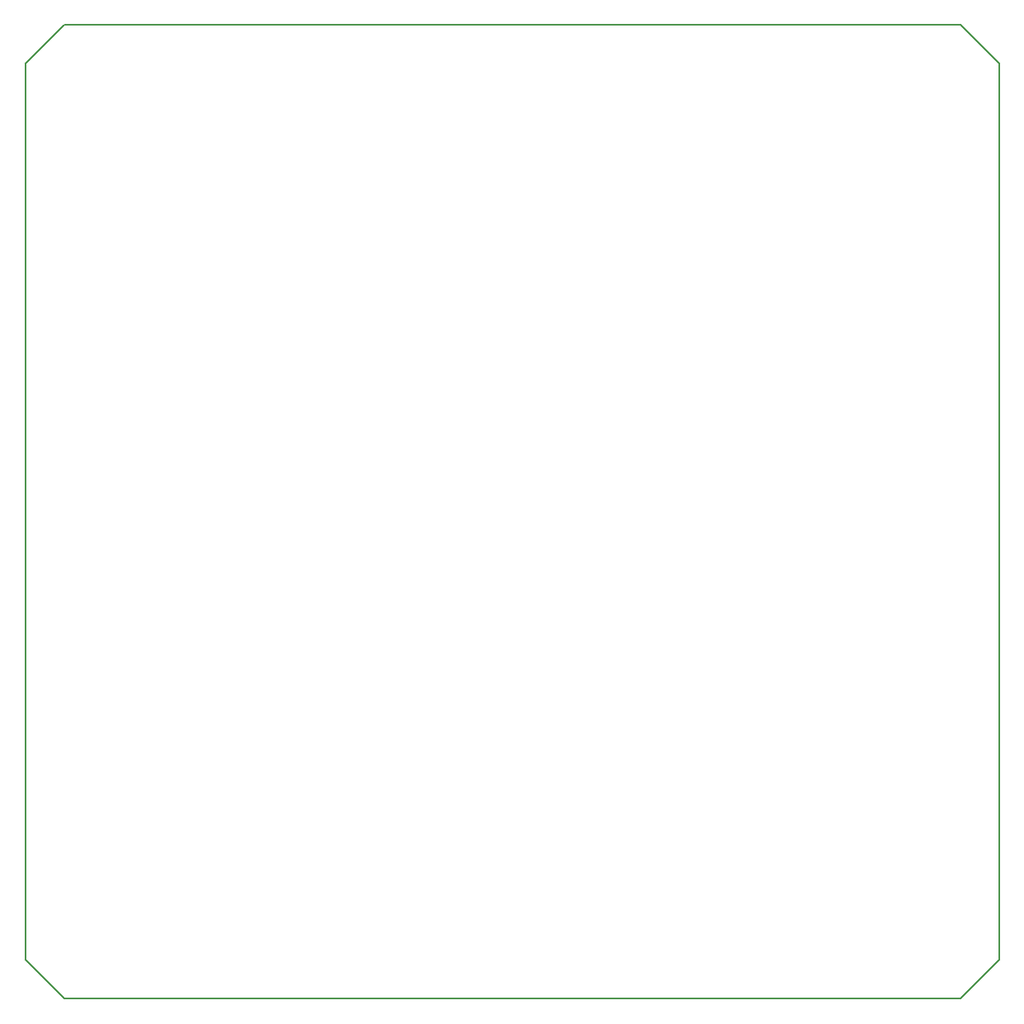
<source format=gbr>
%TF.GenerationSoftware,KiCad,Pcbnew,(5.1.10)-1*%
%TF.CreationDate,2021-11-07T17:05:54+13:00*%
%TF.ProjectId,THE_BRAINS_FIXTURE,5448455f-4252-4414-994e-535f46495854,rev?*%
%TF.SameCoordinates,Original*%
%TF.FileFunction,Profile,NP*%
%FSLAX46Y46*%
G04 Gerber Fmt 4.6, Leading zero omitted, Abs format (unit mm)*
G04 Created by KiCad (PCBNEW (5.1.10)-1) date 2021-11-07 17:05:54*
%MOMM*%
%LPD*%
G01*
G04 APERTURE LIST*
%TA.AperFunction,Profile*%
%ADD10C,0.200000*%
%TD*%
G04 APERTURE END LIST*
D10*
X100000000Y-146000000D02*
X104000000Y-150000000D01*
X196000000Y-150000000D02*
X200000000Y-146000000D01*
X200000000Y-54000000D02*
X196000000Y-50000000D01*
X104000000Y-50000000D02*
X100000000Y-54000000D01*
X196000000Y-50000000D02*
X104000000Y-50000000D01*
X200000000Y-54000000D02*
X200000000Y-146000000D01*
X104000000Y-150000000D02*
X196000000Y-150000000D01*
X100000000Y-54000000D02*
X100000000Y-146000000D01*
M02*

</source>
